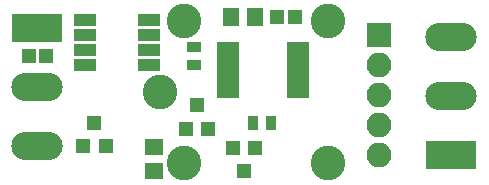
<source format=gts>
G04 #@! TF.GenerationSoftware,KiCad,Pcbnew,(2018-02-16 revision c95340fba)-makepkg*
G04 #@! TF.CreationDate,2018-05-26T17:23:00+02:00*
G04 #@! TF.ProjectId,lin_bb,6C696E5F62622E6B696361645F706362,rev?*
G04 #@! TF.SameCoordinates,PX7d54dd0PY6718300*
G04 #@! TF.FileFunction,Soldermask,Top*
G04 #@! TF.FilePolarity,Negative*
%FSLAX46Y46*%
G04 Gerber Fmt 4.6, Leading zero omitted, Abs format (unit mm)*
G04 Created by KiCad (PCBNEW (2018-02-16 revision c95340fba)-makepkg) date 05/26/18 17:23:00*
%MOMM*%
%LPD*%
G01*
G04 APERTURE LIST*
%ADD10R,1.400000X1.650000*%
%ADD11R,1.650000X1.400000*%
%ADD12R,1.200000X1.150000*%
%ADD13O,2.100000X2.100000*%
%ADD14R,2.100000X2.100000*%
%ADD15O,4.360000X2.380000*%
%ADD16R,4.360000X2.380000*%
%ADD17R,1.300000X0.900000*%
%ADD18R,1.950000X1.000000*%
%ADD19R,1.200000X1.300000*%
%ADD20C,2.940000*%
%ADD21R,1.850000X0.850000*%
%ADD22R,0.900000X1.300000*%
G04 APERTURE END LIST*
D10*
X22926800Y-1879600D03*
X24926800Y-1879600D03*
D11*
X16344900Y-12881100D03*
X16344900Y-14881100D03*
D12*
X7252400Y-5181600D03*
X5752400Y-5181600D03*
D13*
X35458400Y-13563600D03*
X35458400Y-11023600D03*
X35458400Y-8483600D03*
X35458400Y-5943600D03*
D14*
X35458400Y-3403600D03*
D15*
X6502400Y-12768600D03*
X6502400Y-7768600D03*
D16*
X6502400Y-2768600D03*
D17*
X19761200Y-4431600D03*
X19761200Y-5931600D03*
D18*
X15933400Y-2133600D03*
X15933400Y-3403600D03*
X15933400Y-4673600D03*
X15933400Y-5943600D03*
X10533400Y-5943600D03*
X10533400Y-4673600D03*
X10533400Y-3403600D03*
X10533400Y-2133600D03*
D15*
X41554400Y-3563600D03*
X41554400Y-8563600D03*
D16*
X41554400Y-13563600D03*
D12*
X28322400Y-1879600D03*
X26822400Y-1879600D03*
D19*
X11328400Y-10785600D03*
X12278400Y-12785600D03*
X10378400Y-12785600D03*
D20*
X31116400Y-14229600D03*
X16916400Y-8229600D03*
X31116400Y-2229600D03*
X18916400Y-14229600D03*
X18916400Y-2229600D03*
D19*
X20015200Y-9312400D03*
X20965200Y-11312400D03*
X19065200Y-11312400D03*
D21*
X28565900Y-4374600D03*
X28565900Y-5024600D03*
X28565900Y-5674600D03*
X28565900Y-6324600D03*
X28565900Y-6974600D03*
X28565900Y-7624600D03*
X28565900Y-8274600D03*
X22665900Y-8274600D03*
X22665900Y-7624600D03*
X22665900Y-6974600D03*
X22665900Y-6324600D03*
X22665900Y-5674600D03*
X22665900Y-5024600D03*
X22665900Y-4374600D03*
D22*
X26251600Y-10820400D03*
X24751600Y-10820400D03*
D19*
X23977600Y-14919200D03*
X23027600Y-12919200D03*
X24927600Y-12919200D03*
M02*

</source>
